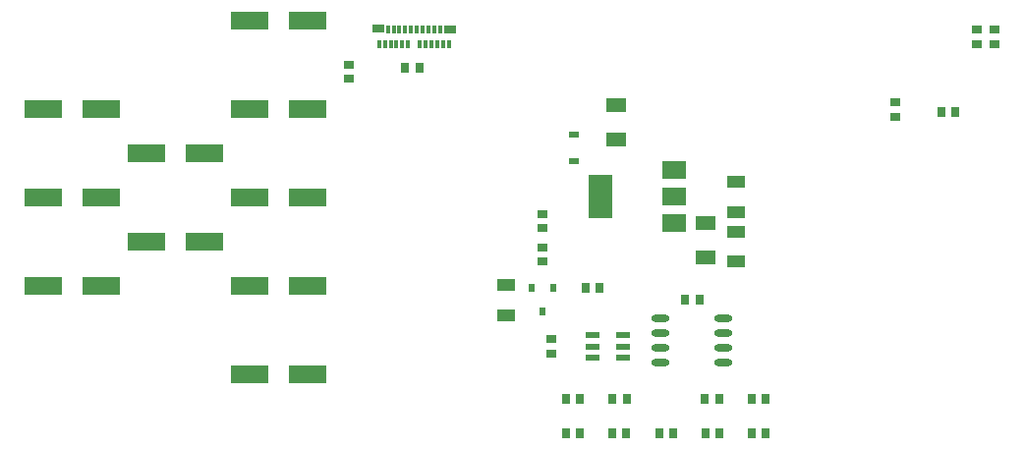
<source format=gtp>
G04*
G04 #@! TF.GenerationSoftware,Altium Limited,Altium Designer,24.1.2 (44)*
G04*
G04 Layer_Color=8421504*
%FSLAX44Y44*%
%MOMM*%
G71*
G04*
G04 #@! TF.SameCoordinates,9A0184B9-0745-4BA0-A63A-3E559F80E0CB*
G04*
G04*
G04 #@! TF.FilePolarity,Positive*
G04*
G01*
G75*
%ADD16R,0.3000X0.7000*%
%ADD17R,1.0000X0.7000*%
%ADD18R,1.8000X1.3000*%
%ADD19R,1.5500X1.0000*%
%ADD20R,0.9000X0.8000*%
%ADD21R,0.6000X0.7000*%
%ADD22R,0.7500X0.8500*%
%ADD23R,2.0000X3.8000*%
%ADD24R,2.0000X1.5000*%
%ADD25R,0.8300X0.6250*%
%ADD26R,1.2200X0.6200*%
%ADD27R,0.8500X0.7500*%
%ADD28O,1.5500X0.6000*%
%ADD29R,0.8000X0.9000*%
%ADD30R,3.2000X1.6000*%
D16*
X370400Y355450D02*
D03*
X365400D02*
D03*
X360400D02*
D03*
X355400D02*
D03*
X350400D02*
D03*
X375400D02*
D03*
X335400D02*
D03*
X330400D02*
D03*
X325400D02*
D03*
X320400D02*
D03*
X315400D02*
D03*
X340400D02*
D03*
X322900Y368450D02*
D03*
X327900D02*
D03*
X332900D02*
D03*
X337900D02*
D03*
X342900D02*
D03*
X352900D02*
D03*
X357900D02*
D03*
X362900D02*
D03*
X367900D02*
D03*
X347900D02*
D03*
D17*
X314400Y368550D02*
D03*
X376400Y368450D02*
D03*
D18*
X597000Y201000D02*
D03*
Y172000D02*
D03*
X520000Y273500D02*
D03*
Y302500D02*
D03*
D19*
X623000Y194000D02*
D03*
Y168000D02*
D03*
X425000Y148000D02*
D03*
Y122000D02*
D03*
X623000Y237000D02*
D03*
Y211000D02*
D03*
D20*
X846000Y355750D02*
D03*
Y368250D02*
D03*
X830000Y355750D02*
D03*
Y368250D02*
D03*
D21*
X456000Y125000D02*
D03*
X446500Y145000D02*
D03*
X465500D02*
D03*
D22*
X493000Y145000D02*
D03*
X505000D02*
D03*
X350000Y335000D02*
D03*
X338000D02*
D03*
X636500Y20000D02*
D03*
X648500D02*
D03*
X800000Y297000D02*
D03*
X812000D02*
D03*
X516500Y20000D02*
D03*
X528500D02*
D03*
X476500Y50000D02*
D03*
X488500D02*
D03*
X476500Y20000D02*
D03*
X488500D02*
D03*
X596500D02*
D03*
X608500D02*
D03*
X568500D02*
D03*
X556500D02*
D03*
D23*
X506500Y224000D02*
D03*
D24*
X569500Y247000D02*
D03*
Y224000D02*
D03*
Y201000D02*
D03*
D25*
X483000Y277125D02*
D03*
Y254875D02*
D03*
D26*
X525600Y104500D02*
D03*
Y95000D02*
D03*
Y85500D02*
D03*
X499400D02*
D03*
Y95000D02*
D03*
Y104500D02*
D03*
D27*
X289560Y337820D02*
D03*
Y325820D02*
D03*
X760000Y305000D02*
D03*
Y293000D02*
D03*
X456000Y209000D02*
D03*
Y197000D02*
D03*
Y180000D02*
D03*
Y168000D02*
D03*
X464000Y89000D02*
D03*
Y101000D02*
D03*
D28*
X612000Y119050D02*
D03*
Y106350D02*
D03*
Y93650D02*
D03*
Y80950D02*
D03*
X558000D02*
D03*
Y93650D02*
D03*
Y106350D02*
D03*
Y119050D02*
D03*
D29*
X578750Y135000D02*
D03*
X591250D02*
D03*
X596250Y50000D02*
D03*
X608750D02*
D03*
X636250Y50000D02*
D03*
X648750D02*
D03*
X528750Y50000D02*
D03*
X516250D02*
D03*
D30*
X253600Y71200D02*
D03*
X203600D02*
D03*
X253600Y147400D02*
D03*
X203600D02*
D03*
X253600Y223600D02*
D03*
X203600D02*
D03*
X253600Y299800D02*
D03*
X203600D02*
D03*
X254000Y376000D02*
D03*
X204000D02*
D03*
X114700Y185500D02*
D03*
X164700D02*
D03*
X114700Y261700D02*
D03*
X164700D02*
D03*
X75800Y147400D02*
D03*
X25800D02*
D03*
X76200Y299800D02*
D03*
X26200D02*
D03*
X76200Y223600D02*
D03*
X26200D02*
D03*
M02*

</source>
